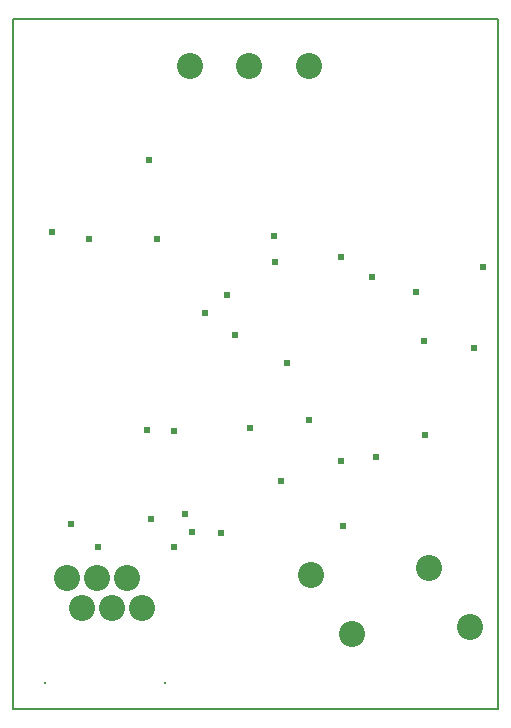
<source format=gbs>
%FSLAX44Y44*%
%MOMM*%
G71*
G01*
G75*
G04 Layer_Color=16711935*
%ADD10R,0.8000X0.8000*%
%ADD11R,0.7000X0.8500*%
%ADD12R,1.0000X1.4000*%
%ADD13R,0.8000X0.8000*%
%ADD14R,6.6000X6.1000*%
%ADD15R,2.0000X1.0000*%
%ADD16R,1.4000X1.0000*%
%ADD17R,1.7000X1.5000*%
%ADD18R,1.5000X0.3000*%
%ADD19R,0.3000X1.5000*%
%ADD20R,1.2500X1.1000*%
%ADD21R,1.1000X1.2500*%
%ADD22R,5.5000X2.0000*%
%ADD23C,0.2540*%
%ADD24C,0.2000*%
%ADD25C,2.0000*%
%ADD26C,0.4000*%
%ADD27C,0.3000*%
%ADD28R,1.0032X1.0032*%
%ADD29R,0.9032X1.0532*%
%ADD30R,1.2032X1.6032*%
%ADD31R,1.0032X1.0032*%
%ADD32R,6.8032X6.3032*%
%ADD33R,2.2032X1.2032*%
%ADD34R,1.6032X1.2032*%
%ADD35R,1.9032X1.7032*%
%ADD36R,1.7032X0.5032*%
%ADD37R,0.5032X1.7032*%
%ADD38R,1.4532X1.3032*%
%ADD39R,1.3032X1.4532*%
%ADD40R,5.7032X2.2032*%
%ADD41C,0.2032*%
%ADD42C,2.2032*%
%ADD43C,0.6032*%
D24*
X0Y0D02*
X410000D01*
X0D02*
Y585000D01*
X410000Y0D02*
Y585000D01*
X0D02*
X410000D01*
D41*
X128230Y22000D02*
D03*
X26630D02*
D03*
D42*
X96430Y111000D02*
D03*
X71030D02*
D03*
X45630D02*
D03*
X58330Y85600D02*
D03*
X83730D02*
D03*
X109130D02*
D03*
X250190Y544830D02*
D03*
X149860D02*
D03*
X199390D02*
D03*
X252129Y114262D02*
D03*
X287129Y64262D02*
D03*
X351947Y120133D02*
D03*
X386947Y70134D02*
D03*
D43*
X113124Y236570D02*
D03*
X277302Y210205D02*
D03*
X135677Y137754D02*
D03*
X71616D02*
D03*
X116825Y161668D02*
D03*
X49098Y156781D02*
D03*
X64338Y398419D02*
D03*
X121760Y398412D02*
D03*
X32703Y403965D02*
D03*
X114903Y465392D02*
D03*
X175825Y149274D02*
D03*
X151386Y150013D02*
D03*
X145452Y165507D02*
D03*
X250491Y245130D02*
D03*
X279160Y155383D02*
D03*
X303249Y366071D02*
D03*
X397858Y374799D02*
D03*
X307089Y213751D02*
D03*
X221906Y379162D02*
D03*
X162389Y335906D02*
D03*
X180511Y351166D02*
D03*
X277708Y383288D02*
D03*
X220970Y401175D02*
D03*
X341088Y353386D02*
D03*
X390412Y305851D02*
D03*
X347477Y312240D02*
D03*
X231562Y293647D02*
D03*
X199953Y237960D02*
D03*
X187841Y317303D02*
D03*
X136095Y235986D02*
D03*
X226472Y193506D02*
D03*
X348903Y232510D02*
D03*
M02*

</source>
